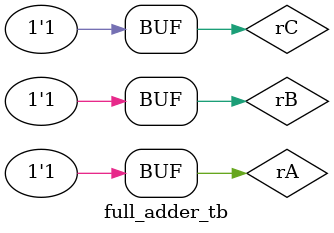
<source format=v>
module full_adder_tb;
reg rA = 0;
reg rB = 0;
reg rC = 0;
wire wSum;
wire wCarry;

FullAdder
FullAdder_inst
(
    .A(rA),
    .B(rB),
    .C(rC),
    .Sum(wSum),
    .Carry(wCarry)
 
);
initial
    begin
        rA = 1'b0;
        rB = 1'b0;
        rC = 1'b0;
        #10;
        
        rA = 1'b0;
        rB = 1'b0;
        rC = 1'b1;
        #10;
        
        rA = 1'b0;
        rB = 1'b1;
        rC = 1'b0;
        #10;
        
        rA = 1'b0;
        rB = 1'b1;
        rC = 1'b1;
        #10;
        
        rA = 1'b1;
        rB = 1'b0;
        rC = 1'b0;
        #10;
        
        rA = 1'b1;
        rB = 1'b0;
        rC = 1'b1;
        #10;
        
        rA = 1'b1;
        rB = 1'b1;
        rC = 1'b0;
        #10;
        
        rA = 1'b1;
        rB = 1'b1;
        rC = 1'b1;
        #10;
    end
endmodule
</source>
